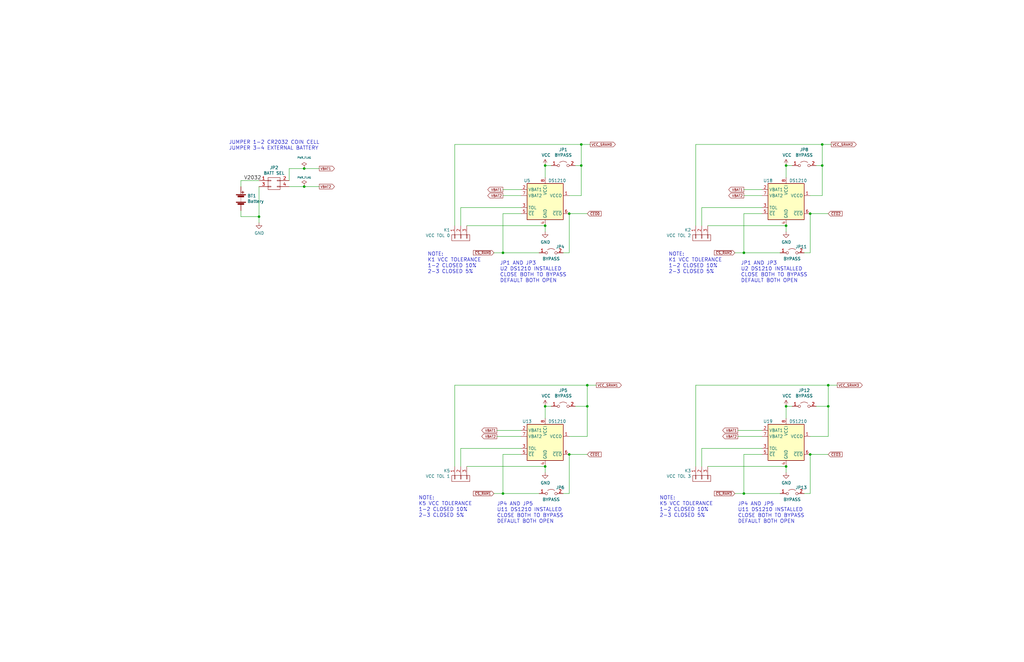
<source format=kicad_sch>
(kicad_sch (version 20211123) (generator eeschema)
  (paper "B")
  (lib_symbols
    (symbol "Jumper:Jumper_2_Open" (pin_names (offset 0) hide)
      (property "Reference" "JP" (at 0 2.794 0))
      (property "Value" "Jumper_2_Open" (at 0 -2.286 0))
      (symbol "Jumper_2_Open_0_0"
        (circle (center -2.032 0) (radius 0.508))
        (circle (center 2.032 0) (radius 0.508))
      )
      (symbol "Jumper_2_Open_0_1"
        (arc (start 1.524 1.27) (mid 0 1.778) (end -1.524 1.27))
      )
      (symbol "Jumper_2_Open_1_1"
        (pin passive line (at -5.08 0 0) (length 2.54) (name "A") (number "1"))
        (pin passive line (at 5.08 0 180) (length 2.54) (name "B") (number "2"))
      )
    )
    (symbol "Power_Management:DS1210"
      (property "Reference" "U" (at -7.62 8.89 0))
      (property "Value" "DS1210" (at 5.08 8.89 0))
      (symbol "DS1210_0_1"
        (rectangle (start -7.62 7.62) (end 7.62 -7.62) (stroke (width 0.254)) (fill (type background)))
      )
      (symbol "DS1210_1_1"
        (pin power_out line (at 10.16 2.54 180) (length 2.54) (name "VCCO") (number "1"))
        (pin power_in line (at -10.16 5.08 0) (length 2.54) (name "VBAT1") (number "2"))
        (pin input line (at -10.16 -2.54 0) (length 2.54) (name "TOL") (number "3"))
        (pin power_in line (at 0 -10.16 90) (length 2.54) (name "GND") (number "4"))
        (pin input line (at -10.16 -5.08 0) (length 2.54) (name "~{CE}") (number "5"))
        (pin output line (at 10.16 -5.08 180) (length 2.54) (name "~{CEO}") (number "6"))
        (pin power_in line (at -10.16 2.54 0) (length 2.54) (name "VBAT2") (number "7"))
        (pin power_in line (at 0 10.16 270) (length 2.54) (name "VCCI") (number "8"))
      )
    )
    (symbol "memory.ROMRAM-rescue:Battery-device" (pin_numbers hide) (pin_names (offset 0) hide)
      (property "Reference" "BT" (at 2.54 2.54 0))
      (property "Value" "Battery-device" (at 2.54 0 0))
      (symbol "Battery-device_0_1"
        (rectangle (start -2.032 -1.397) (end 2.032 -1.651) (fill (type outline)))
        (rectangle (start -2.032 1.778) (end 2.032 1.524) (fill (type outline)))
        (rectangle (start -1.3208 -1.9812) (end 1.27 -2.4892) (fill (type outline)))
        (rectangle (start -1.3208 1.1938) (end 1.27 0.6858) (fill (type outline)))
        (polyline (pts (xy 0 -1.524) (xy 0 -1.27)))
        (polyline (pts (xy 0 -1.016) (xy 0 -0.762)))
        (polyline (pts (xy 0 -0.508) (xy 0 -0.254)))
        (polyline (pts (xy 0 0) (xy 0 0.254)))
        (polyline (pts (xy 0 0.508) (xy 0 0.762)))
        (polyline (pts (xy 0 1.778) (xy 0 2.54)))
        (polyline (pts (xy 0.254 2.667) (xy 1.27 2.667)) (stroke (width 0.254)))
        (polyline (pts (xy 0.762 3.175) (xy 0.762 2.159)) (stroke (width 0.254)))
      )
      (symbol "Battery-device_1_1"
        (pin passive line (at 0 5.08 270) (length 2.54) (name "+") (number "1"))
        (pin passive line (at 0 -5.08 90) (length 2.54) (name "-") (number "2"))
      )
    )
    (symbol "memory.ROMRAM-rescue:CONN_01X03-conn" (pin_names (offset 1.016) hide)
      (property "Reference" "J" (at 0 5.08 0))
      (property "Value" "CONN_01X03-conn" (at 2.54 0 90))
      (symbol "CONN_01X03-conn_0_1"
        (rectangle (start -1.27 -2.413) (end 0.254 -2.667))
        (rectangle (start -1.27 0.127) (end 0.254 -0.127))
        (rectangle (start -1.27 2.667) (end 0.254 2.413))
        (rectangle (start -1.27 3.81) (end 1.27 -3.81))
      )
      (symbol "CONN_01X03-conn_1_1"
        (pin passive line (at -5.08 2.54 0) (length 3.81) (name "P1") (number "1"))
        (pin passive line (at -5.08 0 0) (length 3.81) (name "P2") (number "2"))
        (pin passive line (at -5.08 -2.54 0) (length 3.81) (name "P3") (number "3"))
      )
    )
    (symbol "memory.ROMRAM-rescue:CONN_02X02-conn" (pin_names (offset 0.0254) hide)
      (property "Reference" "J" (at 0 3.81 0))
      (property "Value" "CONN_02X02-conn" (at 0 -3.81 0))
      (symbol "CONN_02X02-conn_0_1"
        (rectangle (start -2.54 -1.143) (end -1.27 -1.397))
        (rectangle (start -2.54 1.397) (end -1.27 1.143))
        (rectangle (start -2.54 2.54) (end 2.54 -2.54))
        (rectangle (start 1.27 -1.143) (end 2.54 -1.397))
        (rectangle (start 1.27 1.397) (end 2.54 1.143))
      )
      (symbol "CONN_02X02-conn_1_1"
        (pin passive line (at -6.35 1.27 0) (length 3.81) (name "P1") (number "1"))
        (pin passive line (at 6.35 1.27 180) (length 3.81) (name "P2") (number "2"))
        (pin passive line (at -6.35 -1.27 0) (length 3.81) (name "P3") (number "3"))
        (pin passive line (at 6.35 -1.27 180) (length 3.81) (name "P4") (number "4"))
      )
    )
    (symbol "power:GND" (power) (pin_names (offset 0))
      (property "Value" "GND" (at 0 -3.81 0))
      (symbol "GND_0_1"
        (polyline (pts (xy 0 0) (xy 0 -1.27) (xy 1.27 -1.27) (xy 0 -2.54) (xy -1.27 -1.27) (xy 0 -1.27)))
      )
      (symbol "GND_1_1"
        (pin power_in line (at 0 0 270) (length 0) hide (name "GND") (number "1"))
      )
    )
    (symbol "power:PWR_FLAG" (power) (pin_numbers hide) (pin_names (offset 0) hide)
      (property "Value" "PWR_FLAG" (at 0 3.81 0))
      (symbol "PWR_FLAG_0_0"
        (pin power_out line (at 0 0 90) (length 0) (name "pwr") (number "1"))
      )
      (symbol "PWR_FLAG_0_1"
        (polyline (pts (xy 0 0) (xy 0 1.27) (xy -1.016 1.905) (xy 0 2.54) (xy 1.016 1.905) (xy 0 1.27)))
      )
    )
    (symbol "power:VCC" (power) (pin_names (offset 0))
      (property "Value" "VCC" (at 0 3.81 0))
      (symbol "VCC_0_1"
        (polyline (pts (xy -0.762 1.27) (xy 0 2.54)))
        (polyline (pts (xy 0 0) (xy 0 2.54)))
        (polyline (pts (xy 0 2.54) (xy 0.762 1.27)))
      )
      (symbol "VCC_1_1"
        (pin power_in line (at 0 0 90) (length 0) hide (name "VCC") (number "1"))
      )
    )
  )
  (junction (at 341.63 90.17))
  (junction (at 313.69 208.28))
  (junction (at 346.71 60.96))
  (junction (at 247.65 171.45))
  (junction (at 240.03 191.77))
  (junction (at 331.47 171.45))
  (junction (at 245.11 60.96))
  (junction (at 331.47 196.85))
  (junction (at 331.47 95.25))
  (junction (at 247.65 162.56))
  (junction (at 128.27 71.12))
  (junction (at 229.87 69.85))
  (junction (at 245.11 69.85))
  (junction (at 229.87 196.85))
  (junction (at 212.09 106.68))
  (junction (at 240.03 90.17))
  (junction (at 128.27 78.74))
  (junction (at 229.87 171.45))
  (junction (at 331.47 69.85))
  (junction (at 229.87 95.25))
  (junction (at 349.25 171.45))
  (junction (at 212.09 208.28))
  (junction (at 109.22 91.44))
  (junction (at 313.69 106.68))
  (junction (at 341.63 191.77))
  (junction (at 349.25 162.56))
  (junction (at 346.71 69.85))
  (wire (pts (xy 295.91 87.63) (xy 295.91 95.25)))
  (wire (pts (xy 212.09 208.28) (xy 227.33 208.28)))
  (wire (pts (xy 341.63 208.28) (xy 341.63 191.77)))
  (wire (pts (xy 212.09 106.68) (xy 227.33 106.68)))
  (wire (pts (xy 212.09 82.55) (xy 219.71 82.55)))
  (wire (pts (xy 309.88 208.28) (xy 313.69 208.28)))
  (wire (pts (xy 229.87 74.93) (xy 229.87 69.85)))
  (wire (pts (xy 208.28 208.28) (xy 212.09 208.28)))
  (wire (pts (xy 331.47 176.53) (xy 331.47 171.45)))
  (wire (pts (xy 349.25 162.56) (xy 349.25 171.45)))
  (wire (pts (xy 196.85 95.25) (xy 229.87 95.25)))
  (wire (pts (xy 212.09 106.68) (xy 212.09 90.17)))
  (wire (pts (xy 313.69 90.17) (xy 321.31 90.17)))
  (wire (pts (xy 331.47 69.85) (xy 334.01 69.85)))
  (wire (pts (xy 341.63 191.77) (xy 349.25 191.77)))
  (wire (pts (xy 353.06 162.56) (xy 349.25 162.56)))
  (wire (pts (xy 339.09 106.68) (xy 341.63 106.68)))
  (wire (pts (xy 293.37 162.56) (xy 349.25 162.56)))
  (wire (pts (xy 194.31 87.63) (xy 194.31 95.25)))
  (wire (pts (xy 101.6 78.74) (xy 101.6 76.2)))
  (wire (pts (xy 346.71 69.85) (xy 346.71 82.55)))
  (wire (pts (xy 245.11 60.96) (xy 248.92 60.96)))
  (wire (pts (xy 298.45 196.85) (xy 331.47 196.85)))
  (wire (pts (xy 237.49 106.68) (xy 240.03 106.68)))
  (wire (pts (xy 212.09 80.01) (xy 219.71 80.01)))
  (wire (pts (xy 191.77 60.96) (xy 191.77 95.25)))
  (wire (pts (xy 109.22 76.2) (xy 101.6 76.2)))
  (wire (pts (xy 247.65 171.45) (xy 247.65 184.15)))
  (wire (pts (xy 313.69 191.77) (xy 321.31 191.77)))
  (wire (pts (xy 293.37 196.85) (xy 293.37 162.56)))
  (wire (pts (xy 121.92 71.12) (xy 128.27 71.12)))
  (wire (pts (xy 346.71 60.96) (xy 346.71 69.85)))
  (wire (pts (xy 109.22 91.44) (xy 109.22 93.98)))
  (wire (pts (xy 242.57 171.45) (xy 247.65 171.45)))
  (wire (pts (xy 101.6 91.44) (xy 101.6 88.9)))
  (wire (pts (xy 295.91 87.63) (xy 321.31 87.63)))
  (wire (pts (xy 344.17 171.45) (xy 349.25 171.45)))
  (wire (pts (xy 346.71 82.55) (xy 341.63 82.55)))
  (wire (pts (xy 134.62 78.74) (xy 128.27 78.74)))
  (wire (pts (xy 247.65 162.56) (xy 247.65 171.45)))
  (wire (pts (xy 293.37 60.96) (xy 293.37 95.25)))
  (wire (pts (xy 240.03 191.77) (xy 247.65 191.77)))
  (wire (pts (xy 128.27 71.12) (xy 134.62 71.12)))
  (wire (pts (xy 293.37 60.96) (xy 346.71 60.96)))
  (wire (pts (xy 344.17 69.85) (xy 346.71 69.85)))
  (wire (pts (xy 242.57 69.85) (xy 245.11 69.85)))
  (wire (pts (xy 331.47 171.45) (xy 334.01 171.45)))
  (wire (pts (xy 191.77 196.85) (xy 191.77 162.56)))
  (wire (pts (xy 191.77 162.56) (xy 247.65 162.56)))
  (wire (pts (xy 346.71 60.96) (xy 350.52 60.96)))
  (wire (pts (xy 109.22 78.74) (xy 109.22 91.44)))
  (wire (pts (xy 295.91 189.23) (xy 295.91 196.85)))
  (wire (pts (xy 229.87 176.53) (xy 229.87 171.45)))
  (wire (pts (xy 311.15 184.15) (xy 321.31 184.15)))
  (wire (pts (xy 196.85 196.85) (xy 229.87 196.85)))
  (wire (pts (xy 331.47 74.93) (xy 331.47 69.85)))
  (wire (pts (xy 311.15 181.61) (xy 321.31 181.61)))
  (wire (pts (xy 212.09 90.17) (xy 219.71 90.17)))
  (wire (pts (xy 313.69 208.28) (xy 328.93 208.28)))
  (wire (pts (xy 245.11 60.96) (xy 245.11 69.85)))
  (wire (pts (xy 212.09 191.77) (xy 212.09 208.28)))
  (wire (pts (xy 194.31 189.23) (xy 219.71 189.23)))
  (wire (pts (xy 313.69 82.55) (xy 321.31 82.55)))
  (wire (pts (xy 101.6 91.44) (xy 109.22 91.44)))
  (wire (pts (xy 341.63 90.17) (xy 349.25 90.17)))
  (wire (pts (xy 313.69 191.77) (xy 313.69 208.28)))
  (wire (pts (xy 212.09 191.77) (xy 219.71 191.77)))
  (wire (pts (xy 191.77 60.96) (xy 245.11 60.96)))
  (wire (pts (xy 229.87 69.85) (xy 232.41 69.85)))
  (wire (pts (xy 209.55 184.15) (xy 219.71 184.15)))
  (wire (pts (xy 331.47 95.25) (xy 331.47 97.79)))
  (wire (pts (xy 128.27 78.74) (xy 121.92 78.74)))
  (wire (pts (xy 331.47 196.85) (xy 331.47 199.39)))
  (wire (pts (xy 313.69 106.68) (xy 328.93 106.68)))
  (wire (pts (xy 240.03 184.15) (xy 247.65 184.15)))
  (wire (pts (xy 237.49 208.28) (xy 240.03 208.28)))
  (wire (pts (xy 194.31 87.63) (xy 219.71 87.63)))
  (wire (pts (xy 194.31 189.23) (xy 194.31 196.85)))
  (wire (pts (xy 309.88 106.68) (xy 313.69 106.68)))
  (wire (pts (xy 313.69 106.68) (xy 313.69 90.17)))
  (wire (pts (xy 298.45 95.25) (xy 331.47 95.25)))
  (wire (pts (xy 229.87 196.85) (xy 229.87 199.39)))
  (wire (pts (xy 245.11 69.85) (xy 245.11 82.55)))
  (wire (pts (xy 240.03 106.68) (xy 240.03 90.17)))
  (wire (pts (xy 229.87 171.45) (xy 232.41 171.45)))
  (wire (pts (xy 245.11 82.55) (xy 240.03 82.55)))
  (wire (pts (xy 349.25 171.45) (xy 349.25 184.15)))
  (wire (pts (xy 208.28 106.68) (xy 212.09 106.68)))
  (wire (pts (xy 313.69 80.01) (xy 321.31 80.01)))
  (wire (pts (xy 251.46 162.56) (xy 247.65 162.56)))
  (wire (pts (xy 121.92 71.12) (xy 121.92 76.2)))
  (wire (pts (xy 229.87 95.25) (xy 229.87 97.79)))
  (wire (pts (xy 240.03 208.28) (xy 240.03 191.77)))
  (wire (pts (xy 295.91 189.23) (xy 321.31 189.23)))
  (wire (pts (xy 240.03 90.17) (xy 247.65 90.17)))
  (wire (pts (xy 209.55 181.61) (xy 219.71 181.61)))
  (wire (pts (xy 341.63 106.68) (xy 341.63 90.17)))
  (wire (pts (xy 341.63 184.15) (xy 349.25 184.15)))
  (wire (pts (xy 339.09 208.28) (xy 341.63 208.28)))
  (text "NOTE:\nK1 VCC TOLERANCE\n1-2 CLOSED 10%\n2-3 CLOSED 5%" (at 281.94 115.57 0) (effects (font (size 1.524 1.524)) (justify left bottom)))
  (text "JP1 AND JP3\nU2 DS1210 INSTALLED\nCLOSE BOTH TO BYPASS\nDEFAULT BOTH OPEN " (at 210.82 119.38 0) (effects (font (size 1.524 1.524)) (justify left bottom)))
  (text "JP1 AND JP3\nU2 DS1210 INSTALLED\nCLOSE BOTH TO BYPASS\nDEFAULT BOTH OPEN " (at 312.42 119.38 0) (effects (font (size 1.524 1.524)) (justify left bottom)))
  (text "NOTE:\nK5 VCC TOLERANCE\n1-2 CLOSED 10%\n2-3 CLOSED 5%" (at 278.13 218.44 0) (effects (font (size 1.524 1.524)) (justify left bottom)))
  (text "NOTE:\nK5 VCC TOLERANCE\n1-2 CLOSED 10%\n2-3 CLOSED 5%" (at 176.53 218.44 0) (effects (font (size 1.524 1.524)) (justify left bottom)))
  (text "JUMPER 1-2 CR2032 COIN CELL\nJUMPER 3-4 EXTERNAL BATTERY" (at 96.52 63.5 0) (effects (font (size 1.524 1.524)) (justify left bottom)))
  (text "NOTE:\nK1 VCC TOLERANCE\n1-2 CLOSED 10%\n2-3 CLOSED 5%" (at 180.34 115.57 0) (effects (font (size 1.524 1.524)) (justify left bottom)))
  (text "JP4 AND JP5\nU11 DS1210 INSTALLED\nCLOSE BOTH TO BYPASS\nDEFAULT BOTH OPEN " (at 311.15 220.98 0) (effects (font (size 1.524 1.524)) (justify left bottom)))
  (text "JP4 AND JP5\nU11 DS1210 INSTALLED\nCLOSE BOTH TO BYPASS\nDEFAULT BOTH OPEN " (at 209.55 220.98 0) (effects (font (size 1.524 1.524)) (justify left bottom)))
  (label "V2032" (at 102.87 76.2 0) (effects (font (size 1.524 1.524))))
  (global_label "~{CS_RAM2}" (shape input) (at 309.88 106.68 180) (effects (font (size 1.016 1.016))) (property "Intersheet References" "${INTERSHEET_REFS}" (effects hide)))
  (global_label "~{CS_RAM0}" (shape input) (at 208.28 106.68 180) (effects (font (size 1.016 1.016))) (property "Intersheet References" "${INTERSHEET_REFS}" (effects hide)))
  (global_label "VBAT2" (shape output) (at 313.69 82.55 180) (effects (font (size 1.016 1.016))) (property "Intersheet References" "${INTERSHEET_REFS}" (effects hide)))
  (global_label "VCC_SRAM0" (shape output) (at 248.92 60.96 0) (effects (font (size 1.016 1.016))) (property "Intersheet References" "${INTERSHEET_REFS}" (effects hide)))
  (global_label "VCC_SRAM1" (shape output) (at 251.46 162.56 0) (effects (font (size 1.016 1.016))) (property "Intersheet References" "${INTERSHEET_REFS}" (effects hide)))
  (global_label "~{CS_RAM1}" (shape input) (at 208.28 208.28 180) (effects (font (size 1.016 1.016))) (property "Intersheet References" "${INTERSHEET_REFS}" (effects hide)))
  (global_label "VCC_SRAM2" (shape output) (at 350.52 60.96 0) (effects (font (size 1.016 1.016))) (property "Intersheet References" "${INTERSHEET_REFS}" (effects hide)))
  (global_label "VBAT1" (shape output) (at 212.09 80.01 180) (effects (font (size 1.016 1.016))) (property "Intersheet References" "${INTERSHEET_REFS}" (effects hide)))
  (global_label "~{CEO0}" (shape input) (at 247.65 90.17 0) (effects (font (size 1.016 1.016))) (property "Intersheet References" "${INTERSHEET_REFS}" (effects hide)))
  (global_label "~{CS_RAM3}" (shape input) (at 309.88 208.28 180) (effects (font (size 1.016 1.016))) (property "Intersheet References" "${INTERSHEET_REFS}" (effects hide)))
  (global_label "~{CEO2}" (shape input) (at 349.25 90.17 0) (effects (font (size 1.016 1.016))) (property "Intersheet References" "${INTERSHEET_REFS}" (effects hide)))
  (global_label "VBAT2" (shape output) (at 209.55 184.15 180) (effects (font (size 1.016 1.016))) (property "Intersheet References" "${INTERSHEET_REFS}" (effects hide)))
  (global_label "VBAT1" (shape output) (at 134.62 71.12 0) (effects (font (size 1.016 1.016))) (property "Intersheet References" "${INTERSHEET_REFS}" (effects hide)))
  (global_label "VBAT1" (shape output) (at 313.69 80.01 180) (effects (font (size 1.016 1.016))) (property "Intersheet References" "${INTERSHEET_REFS}" (effects hide)))
  (global_label "VBAT1" (shape output) (at 209.55 181.61 180) (effects (font (size 1.016 1.016))) (property "Intersheet References" "${INTERSHEET_REFS}" (effects hide)))
  (global_label "~{CEO1}" (shape input) (at 247.65 191.77 0) (effects (font (size 1.016 1.016))) (property "Intersheet References" "${INTERSHEET_REFS}" (effects hide)))
  (global_label "VCC_SRAM3" (shape output) (at 353.06 162.56 0) (effects (font (size 1.016 1.016))) (property "Intersheet References" "${INTERSHEET_REFS}" (effects hide)))
  (global_label "VBAT2" (shape output) (at 134.62 78.74 0) (effects (font (size 1.016 1.016))) (property "Intersheet References" "${INTERSHEET_REFS}" (effects hide)))
  (global_label "VBAT2" (shape output) (at 311.15 184.15 180) (effects (font (size 1.016 1.016))) (property "Intersheet References" "${INTERSHEET_REFS}" (effects hide)))
  (global_label "~{CEO3}" (shape input) (at 349.25 191.77 0) (effects (font (size 1.016 1.016))) (property "Intersheet References" "${INTERSHEET_REFS}" (effects hide)))
  (global_label "VBAT1" (shape output) (at 311.15 181.61 180) (effects (font (size 1.016 1.016))) (property "Intersheet References" "${INTERSHEET_REFS}" (effects hide)))
  (global_label "VBAT2" (shape output) (at 212.09 82.55 180) (effects (font (size 1.016 1.016))) (property "Intersheet References" "${INTERSHEET_REFS}" (effects hide)))
  (symbol (lib_id "power:PWR_FLAG") (at 128.27 71.12 0) (unit 1)
    (property "Reference" "#FLG01" (effects hide))
    (property "Value" "PWR_FLAG" (at 128.27 66.548 0) (effects (font (size 0.762 0.762))))
  )
  (symbol (lib_id "power:PWR_FLAG") (at 128.27 78.74 0) (unit 1)
    (property "Reference" "#FLG02" (effects hide))
    (property "Value" "PWR_FLAG" (at 128.27 74.93 0) (effects (font (size 0.762 0.762))))
  )
  (symbol (lib_id "Power_Management:DS1210") (at 229.87 85.09 0) (unit 1)
    (property "Reference" "U5" (at 222.25 76.2 0))
    (property "Value" "DS1210" (at 234.95 76.2 0))
    (property "Footprint" "Package_DIP:DIP-8_W7.62mm" (effects hide))
    (property "Datasheet" "https://datasheets.maximintegrated.com/en/ds/DS1210.pdf" (effects hide))
  )
  (symbol (lib_id "Power_Management:DS1210") (at 229.87 186.69 0) (unit 1)
    (property "Reference" "U13" (at 222.25 177.8 0))
    (property "Value" "DS1210" (at 234.95 177.8 0))
    (property "Footprint" "Package_DIP:DIP-8_W7.62mm" (effects hide))
    (property "Datasheet" "https://datasheets.maximintegrated.com/en/ds/DS1210.pdf" (effects hide))
  )
  (symbol (lib_id "Power_Management:DS1210") (at 331.47 85.09 0) (unit 1)
    (property "Reference" "U18" (at 323.85 76.2 0))
    (property "Value" "DS1210" (at 336.55 76.2 0))
    (property "Footprint" "Package_DIP:DIP-8_W7.62mm" (effects hide))
    (property "Datasheet" "https://datasheets.maximintegrated.com/en/ds/DS1210.pdf" (effects hide))
  )
  (symbol (lib_id "Power_Management:DS1210") (at 331.47 186.69 0) (unit 1)
    (property "Reference" "U19" (at 323.85 177.8 0))
    (property "Value" "DS1210" (at 336.55 177.8 0))
    (property "Footprint" "Package_DIP:DIP-8_W7.62mm" (effects hide))
    (property "Datasheet" "https://datasheets.maximintegrated.com/en/ds/DS1210.pdf" (effects hide))
  )
  (symbol (lib_id "power:GND") (at 331.47 97.79 0) (unit 1)
    (property "Reference" "#PWR024" (effects hide))
    (property "Value" "GND" (at 331.597 102.1842 0))
  )
  (symbol (lib_id "power:VCC") (at 331.47 69.85 0) (unit 1)
    (property "Reference" "#PWR022" (effects hide))
    (property "Value" "VCC" (at 331.851 65.4558 0))
  )
  (symbol (lib_id "power:VCC") (at 331.47 171.45 0) (unit 1)
    (property "Reference" "#PWR032" (effects hide))
    (property "Value" "VCC" (at 331.851 167.0558 0))
  )
  (symbol (lib_id "power:GND") (at 331.47 199.39 0) (unit 1)
    (property "Reference" "#PWR034" (effects hide))
    (property "Value" "GND" (at 331.597 203.7842 0))
  )
  (symbol (lib_id "Jumper:Jumper_2_Open") (at 339.09 69.85 0) (unit 1)
    (property "Reference" "JP8" (at 339.09 63.1444 0))
    (property "Value" "BYPASS" (at 339.09 65.4558 0))
    (property "Footprint" "Connector_PinHeader_2.54mm:PinHeader_1x02_P2.54mm_Vertical" (effects hide))
  )
  (symbol (lib_id "Jumper:Jumper_2_Open") (at 334.01 106.68 0) (unit 1)
    (property "Reference" "JP11" (at 337.82 104.14 0))
    (property "Value" "BYPASS" (at 334.01 109.22 0))
    (property "Footprint" "Connector_PinHeader_2.54mm:PinHeader_1x02_P2.54mm_Vertical" (effects hide))
  )
  (symbol (lib_id "memory.ROMRAM-rescue:CONN_01X03-conn") (at 295.91 100.33 90) (mirror x) (unit 1)
    (property "Reference" "K2" (at 291.3888 97.0534 90) (effects (justify left)))
    (property "Value" "VCC TOL 2" (at 291.3888 99.3648 90) (effects (justify left)))
    (property "Footprint" "Connector_PinHeader_2.54mm:PinHeader_1x03_P2.54mm_Vertical" (effects hide))
  )
  (symbol (lib_id "Jumper:Jumper_2_Open") (at 339.09 171.45 0) (unit 1)
    (property "Reference" "JP12" (at 339.09 164.7444 0))
    (property "Value" "BYPASS" (at 339.09 167.0558 0))
    (property "Footprint" "Connector_PinHeader_2.54mm:PinHeader_1x02_P2.54mm_Vertical" (effects hide))
  )
  (symbol (lib_id "Jumper:Jumper_2_Open") (at 334.01 208.28 0) (unit 1)
    (property "Reference" "JP13" (at 337.82 205.74 0))
    (property "Value" "BYPASS" (at 334.01 210.82 0))
    (property "Footprint" "Connector_PinHeader_2.54mm:PinHeader_1x02_P2.54mm_Vertical" (effects hide))
  )
  (symbol (lib_id "memory.ROMRAM-rescue:CONN_01X03-conn") (at 295.91 201.93 90) (mirror x) (unit 1)
    (property "Reference" "K3" (at 291.3888 198.6534 90) (effects (justify left)))
    (property "Value" "VCC TOL 3" (at 291.3888 200.9648 90) (effects (justify left)))
    (property "Footprint" "Connector_PinHeader_2.54mm:PinHeader_1x03_P2.54mm_Vertical" (effects hide))
  )
  (symbol (lib_id "power:GND") (at 109.22 93.98 0) (unit 1)
    (property "Reference" "#PWR05" (effects hide))
    (property "Value" "GND" (at 109.347 98.3742 0))
  )
  (symbol (lib_id "power:GND") (at 229.87 97.79 0) (unit 1)
    (property "Reference" "#PWR04" (effects hide))
    (property "Value" "GND" (at 229.997 102.1842 0))
  )
  (symbol (lib_id "power:VCC") (at 229.87 69.85 0) (unit 1)
    (property "Reference" "#PWR03" (effects hide))
    (property "Value" "VCC" (at 230.251 65.4558 0))
  )
  (symbol (lib_id "power:VCC") (at 229.87 171.45 0) (unit 1)
    (property "Reference" "#PWR017" (effects hide))
    (property "Value" "VCC" (at 230.251 167.0558 0))
  )
  (symbol (lib_id "power:GND") (at 229.87 199.39 0) (unit 1)
    (property "Reference" "#PWR020" (effects hide))
    (property "Value" "GND" (at 229.997 203.7842 0))
  )
  (symbol (lib_id "Jumper:Jumper_2_Open") (at 237.49 69.85 0) (unit 1)
    (property "Reference" "JP1" (at 237.49 63.1444 0))
    (property "Value" "BYPASS" (at 237.49 65.4558 0))
    (property "Footprint" "Connector_PinHeader_2.54mm:PinHeader_1x02_P2.54mm_Vertical" (effects hide))
  )
  (symbol (lib_id "Jumper:Jumper_2_Open") (at 232.41 106.68 0) (unit 1)
    (property "Reference" "JP4" (at 236.22 104.14 0))
    (property "Value" "BYPASS" (at 232.41 109.22 0))
    (property "Footprint" "Connector_PinHeader_2.54mm:PinHeader_1x02_P2.54mm_Vertical" (effects hide))
  )
  (symbol (lib_id "memory.ROMRAM-rescue:CONN_01X03-conn") (at 194.31 100.33 90) (mirror x) (unit 1)
    (property "Reference" "K1" (at 189.7888 97.0534 90) (effects (justify left)))
    (property "Value" "VCC TOL 0" (at 189.7888 99.3648 90) (effects (justify left)))
    (property "Footprint" "Connector_PinHeader_2.54mm:PinHeader_1x03_P2.54mm_Vertical" (effects hide))
  )
  (symbol (lib_id "memory.ROMRAM-rescue:CONN_02X02-conn") (at 115.57 77.47 0) (unit 1)
    (property "Reference" "JP2" (at 115.57 70.739 0))
    (property "Value" "BATT SEL" (at 115.57 73.0504 0))
    (property "Footprint" "Connector_PinHeader_2.54mm:PinHeader_2x02_P2.54mm_Vertical" (effects hide))
  )
  (symbol (lib_id "memory.ROMRAM-rescue:Battery-device") (at 101.6 83.82 0) (unit 1)
    (property "Reference" "BT1" (at 104.3432 82.6516 0) (effects (justify left)))
    (property "Value" "Battery" (at 104.3432 84.963 0) (effects (justify left)))
    (property "Footprint" "Battery:BatteryHolder_Keystone_103_1x20mm" (effects hide))
  )
  (symbol (lib_id "Jumper:Jumper_2_Open") (at 237.49 171.45 0) (unit 1)
    (property "Reference" "JP5" (at 237.49 164.7444 0))
    (property "Value" "BYPASS" (at 237.49 167.0558 0))
    (property "Footprint" "Connector_PinHeader_2.54mm:PinHeader_1x02_P2.54mm_Vertical" (effects hide))
  )
  (symbol (lib_id "Jumper:Jumper_2_Open") (at 232.41 208.28 0) (unit 1)
    (property "Reference" "JP6" (at 236.22 205.74 0))
    (property "Value" "BYPASS" (at 232.41 210.82 0))
    (property "Footprint" "Connector_PinHeader_2.54mm:PinHeader_1x02_P2.54mm_Vertical" (effects hide))
  )
  (symbol (lib_id "memory.ROMRAM-rescue:CONN_01X03-conn") (at 194.31 201.93 90) (mirror x) (unit 1)
    (property "Reference" "K5" (at 189.7888 198.6534 90) (effects (justify left)))
    (property "Value" "VCC TOL 1" (at 189.7888 200.9648 90) (effects (justify left)))
    (property "Footprint" "Connector_PinHeader_2.54mm:PinHeader_1x03_P2.54mm_Vertical" (effects hide))
  )
)
</source>
